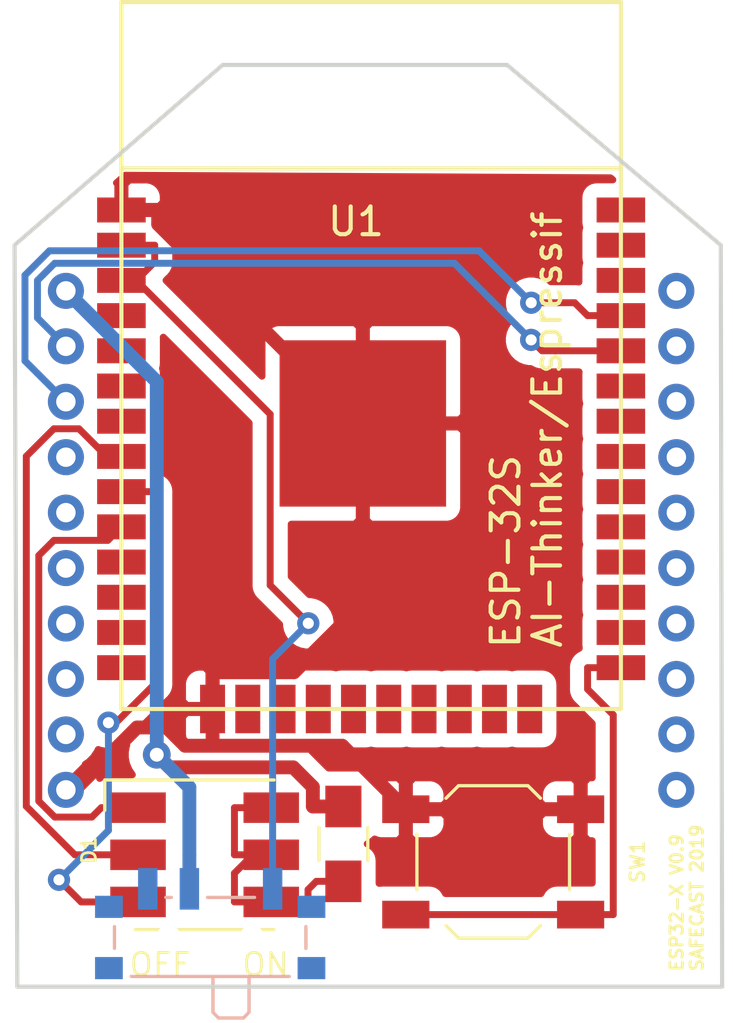
<source format=kicad_pcb>
(kicad_pcb (version 20171130) (host pcbnew "(5.1.0-rc1-139-g044d1793a)")

  (general
    (thickness 1.6)
    (drawings 9)
    (tracks 103)
    (zones 0)
    (modules 6)
    (nets 11)
  )

  (page A4)
  (layers
    (0 Top signal)
    (31 Bottom signal)
    (32 B.Adhes user)
    (33 F.Adhes user)
    (34 B.Paste user)
    (35 F.Paste user)
    (36 B.SilkS user)
    (37 F.SilkS user)
    (38 B.Mask user)
    (39 F.Mask user)
    (40 Dwgs.User user)
    (41 Cmts.User user)
    (42 Eco1.User user)
    (43 Eco2.User user)
    (44 Edge.Cuts user)
    (45 Margin user)
    (46 B.CrtYd user)
    (47 F.CrtYd user)
    (48 B.Fab user)
    (49 F.Fab user)
  )

  (setup
    (last_trace_width 0.25)
    (trace_clearance 0.2)
    (zone_clearance 0.508)
    (zone_45_only yes)
    (trace_min 0.2)
    (via_size 0.8)
    (via_drill 0.4)
    (via_min_size 0.4)
    (via_min_drill 0.3)
    (uvia_size 0.3)
    (uvia_drill 0.1)
    (uvias_allowed no)
    (uvia_min_size 0.2)
    (uvia_min_drill 0.1)
    (edge_width 0.05)
    (segment_width 0.2)
    (pcb_text_width 0.3)
    (pcb_text_size 1.5 1.5)
    (mod_edge_width 0.12)
    (mod_text_size 1 1)
    (mod_text_width 0.15)
    (pad_size 1.2 1.2)
    (pad_drill 0.6)
    (pad_to_mask_clearance 0.051)
    (solder_mask_min_width 0.25)
    (aux_axis_origin 0 0)
    (visible_elements FFFFEF7F)
    (pcbplotparams
      (layerselection 0x010fc_ffffffff)
      (usegerberextensions false)
      (usegerberattributes false)
      (usegerberadvancedattributes false)
      (creategerberjobfile false)
      (excludeedgelayer true)
      (linewidth 0.100000)
      (plotframeref false)
      (viasonmask false)
      (mode 1)
      (useauxorigin false)
      (hpglpennumber 1)
      (hpglpenspeed 20)
      (hpglpendiameter 15.000000)
      (psnegative false)
      (psa4output false)
      (plotreference true)
      (plotvalue true)
      (plotinvisibletext false)
      (padsonsilk false)
      (subtractmaskfromsilk false)
      (outputformat 1)
      (mirror false)
      (drillshape 1)
      (scaleselection 1)
      (outputdirectory ""))
  )

  (net 0 "")
  (net 1 GND)
  (net 2 VDD)
  (net 3 "Net-(D1-Pad1)")
  (net 4 "Net-(D1-Pad2)")
  (net 5 "Net-(D1-Pad3)")
  (net 6 "Net-(U$1-Pad2)")
  (net 7 "Net-(U$1-Pad3)")
  (net 8 "Net-(D1-Pad4)")
  (net 9 "Net-(SW2-Pad1)")
  (net 10 "Net-(SW1-Pad1)")

  (net_class Default "This is the default net class."
    (clearance 0.2)
    (trace_width 0.25)
    (via_dia 0.8)
    (via_drill 0.4)
    (uvia_dia 0.3)
    (uvia_drill 0.1)
    (add_net "Net-(D1-Pad1)")
    (add_net "Net-(D1-Pad2)")
    (add_net "Net-(D1-Pad3)")
    (add_net "Net-(D1-Pad4)")
    (add_net "Net-(SW1-Pad1)")
    (add_net "Net-(SW2-Pad1)")
    (add_net "Net-(U$1-Pad2)")
    (add_net "Net-(U$1-Pad3)")
  )

  (net_class Power ""
    (clearance 0.2)
    (trace_width 0.5)
    (via_dia 1)
    (via_drill 0.5)
    (uvia_dia 0.3)
    (uvia_drill 0.1)
    (add_net GND)
    (add_net VDD)
  )

  (module digikey-footprints:XBEE-20_THT (layer Top) (tedit 5C75E240) (tstamp 5C6E9F3B)
    (at 148.6 107.4)
    (descr https://www.digi.com/pdf/ds_xbeemultipointmodules.pdf)
    (path /20F524AA4D826FCC)
    (fp_text reference U$1 (at 0 -18.49) (layer F.SilkS) hide
      (effects (font (size 1 1) (thickness 0.15)))
    )
    (fp_text value XBEE-1B2 (at 0 12.45) (layer F.Fab) hide
      (effects (font (size 1 1) (thickness 0.15)))
    )
    (fp_line (start -12.25 -9.5) (end -12.25 10.6) (layer F.Fab) (width 0.1))
    (fp_line (start 12.25 -9.5) (end 12.25 10.6) (layer F.Fab) (width 0.1))
    (fp_line (start -12.25 10.6) (end 12.25 10.6) (layer F.Fab) (width 0.1))
    (fp_line (start -4.75 -17) (end 4.75 -17) (layer F.Fab) (width 0.1))
    (fp_line (start 4.75 -17) (end 12.25 -9.5) (layer F.Fab) (width 0.1))
    (fp_line (start -12.25 -9.5) (end -4.75 -17) (layer F.Fab) (width 0.1))
    (fp_text user %R (at 0 0) (layer F.Fab)
      (effects (font (size 1 1) (thickness 0.15)))
    )
    (pad 20 thru_hole circle (at 11 -9) (size 1.3 1.3) (drill 0.7) (layers *.Cu *.Mask))
    (pad 19 thru_hole circle (at 11 -7) (size 1.3 1.3) (drill 0.7) (layers *.Cu *.Mask))
    (pad 18 thru_hole circle (at 11 -5) (size 1.3 1.3) (drill 0.7) (layers *.Cu *.Mask))
    (pad 17 thru_hole circle (at 11 -3) (size 1.3 1.3) (drill 0.7) (layers *.Cu *.Mask))
    (pad 16 thru_hole circle (at 11 -1) (size 1.3 1.3) (drill 0.7) (layers *.Cu *.Mask))
    (pad 15 thru_hole circle (at 11 1) (size 1.3 1.3) (drill 0.7) (layers *.Cu *.Mask))
    (pad 14 thru_hole circle (at 11 3) (size 1.3 1.3) (drill 0.7) (layers *.Cu *.Mask))
    (pad 13 thru_hole circle (at 11 5) (size 1.3 1.3) (drill 0.7) (layers *.Cu *.Mask))
    (pad 12 thru_hole circle (at 11 7) (size 1.3 1.3) (drill 0.7) (layers *.Cu *.Mask))
    (pad 11 thru_hole circle (at 11 9) (size 1.3 1.3) (drill 0.7) (layers *.Cu *.Mask))
    (pad 10 thru_hole circle (at -11 9) (size 1.3 1.3) (drill 0.7) (layers *.Cu *.Mask)
      (net 1 GND))
    (pad 9 thru_hole circle (at -11 7) (size 1.3 1.3) (drill 0.7) (layers *.Cu *.Mask))
    (pad 8 thru_hole circle (at -11 5) (size 1.3 1.3) (drill 0.7) (layers *.Cu *.Mask))
    (pad 7 thru_hole circle (at -11 3) (size 1.3 1.3) (drill 0.7) (layers *.Cu *.Mask))
    (pad 6 thru_hole circle (at -11 1) (size 1.3 1.3) (drill 0.7) (layers *.Cu *.Mask))
    (pad 5 thru_hole circle (at -11 -1) (size 1.3 1.3) (drill 0.7) (layers *.Cu *.Mask))
    (pad 4 thru_hole circle (at -11 -3) (size 1.3 1.3) (drill 0.7) (layers *.Cu *.Mask))
    (pad 3 thru_hole circle (at -11 -5) (size 1.3 1.3) (drill 0.7) (layers *.Cu *.Mask)
      (net 7 "Net-(U$1-Pad3)"))
    (pad 2 thru_hole circle (at -11 -7) (size 1.3 1.3) (drill 0.7) (layers *.Cu *.Mask)
      (net 6 "Net-(U$1-Pad2)"))
    (pad 1 thru_hole circle (at -11 -9) (size 1.3 1.3) (drill 0.7) (layers *.Cu *.Mask)
      (net 2 VDD))
    (model ${KISYS3DMOD}/Connector_PinHeader_2.00mm.3dshapes/PinHeader_1x10_P2.00mm_Vertical.wrl
      (offset (xyz 11 9 -1.5))
      (scale (xyz 1 1 1))
      (rotate (xyz 0 180 0))
    )
    (model ${KISYS3DMOD}/Connector_PinHeader_2.00mm.3dshapes/PinHeader_1x10_P2.00mm_Vertical.wrl
      (offset (xyz -11 9 -1.5))
      (scale (xyz 1 1 1))
      (rotate (xyz 0 180 0))
    )
  )

  (module Resistors_SMD:R_0805_HandSoldering (layer Top) (tedit 58E0A804) (tstamp 5C6FD865)
    (at 147.6 118.35 90)
    (descr "Resistor SMD 0805, hand soldering")
    (tags "resistor 0805")
    (path /5C7038CA)
    (attr smd)
    (fp_text reference R1 (at 0 -1.7 90) (layer F.SilkS) hide
      (effects (font (size 1 1) (thickness 0.15)))
    )
    (fp_text value 470 (at 0 1.75 90) (layer F.Fab)
      (effects (font (size 1 1) (thickness 0.15)))
    )
    (fp_text user %R (at 0 0 90) (layer F.Fab)
      (effects (font (size 0.5 0.5) (thickness 0.075)))
    )
    (fp_line (start -1 0.62) (end -1 -0.62) (layer F.Fab) (width 0.1))
    (fp_line (start 1 0.62) (end -1 0.62) (layer F.Fab) (width 0.1))
    (fp_line (start 1 -0.62) (end 1 0.62) (layer F.Fab) (width 0.1))
    (fp_line (start -1 -0.62) (end 1 -0.62) (layer F.Fab) (width 0.1))
    (fp_line (start 0.6 0.88) (end -0.6 0.88) (layer F.SilkS) (width 0.12))
    (fp_line (start -0.6 -0.88) (end 0.6 -0.88) (layer F.SilkS) (width 0.12))
    (fp_line (start -2.35 -0.9) (end 2.35 -0.9) (layer F.CrtYd) (width 0.05))
    (fp_line (start -2.35 -0.9) (end -2.35 0.9) (layer F.CrtYd) (width 0.05))
    (fp_line (start 2.35 0.9) (end 2.35 -0.9) (layer F.CrtYd) (width 0.05))
    (fp_line (start 2.35 0.9) (end -2.35 0.9) (layer F.CrtYd) (width 0.05))
    (pad 1 smd rect (at -1.35 0 90) (size 1.5 1.3) (layers Top F.Paste F.Mask)
      (net 8 "Net-(D1-Pad4)"))
    (pad 2 smd rect (at 1.35 0 90) (size 1.5 1.3) (layers Top F.Paste F.Mask)
      (net 2 VDD))
    (model ${KISYS3DMOD}/Resistors_SMD.3dshapes/R_0805.wrl
      (at (xyz 0 0 0))
      (scale (xyz 1 1 1))
      (rotate (xyz 0 0 0))
    )
  )

  (module ESP32-footprints-Lib:ESP-32S (layer Top) (tedit 5C734DE0) (tstamp 5C6FD909)
    (at 148.653 105)
    (path /5C64BD37)
    (fp_text reference U1 (at -0.6 -9.1) (layer F.SilkS)
      (effects (font (size 1 1) (thickness 0.15)))
    )
    (fp_text value ESP32S (at 0.7 -12.3) (layer F.Fab)
      (effects (font (size 1 1) (thickness 0.15)))
    )
    (fp_text user AI-Thinker/Espressif (at 6.3 -1.6 90) (layer F.SilkS)
      (effects (font (size 1 1) (thickness 0.15)))
    )
    (fp_text user ESP-32S (at 4.8 2.8 90) (layer F.SilkS)
      (effects (font (size 1 1) (thickness 0.15)))
    )
    (fp_line (start 8.947434 -11.017338) (end -9.052566 -11.017338) (layer F.SilkS) (width 0.15))
    (fp_line (start -9.052566 -17.017338) (end -9.052566 8.482662) (layer F.SilkS) (width 0.15))
    (fp_line (start 8.947434 -17.017338) (end 8.947434 8.482662) (layer F.SilkS) (width 0.15))
    (fp_line (start 8.947434 8.482662) (end -9.052566 8.482662) (layer F.SilkS) (width 0.15))
    (fp_line (start 8.947434 -17.017338) (end -9.052566 -17.017338) (layer F.SilkS) (width 0.15))
    (pad 38 smd rect (at 8.947434 -9.517338 180) (size 1.75 0.9) (layers Top F.Paste F.Mask))
    (pad 37 smd rect (at 8.947434 -8.247338 180) (size 1.75 0.9) (layers Top F.Paste F.Mask))
    (pad 36 smd rect (at 8.947434 -6.977338 180) (size 1.75 0.9) (layers Top F.Paste F.Mask))
    (pad 35 smd rect (at 8.947434 -5.707338 180) (size 1.75 0.9) (layers Top F.Paste F.Mask)
      (net 7 "Net-(U$1-Pad3)"))
    (pad 34 smd rect (at 8.947434 -4.437338 180) (size 1.75 0.9) (layers Top F.Paste F.Mask)
      (net 6 "Net-(U$1-Pad2)"))
    (pad 33 smd rect (at 8.947434 -3.167338 180) (size 1.75 0.9) (layers Top F.Paste F.Mask))
    (pad 32 smd rect (at 8.947434 -1.897338 180) (size 1.75 0.9) (layers Top F.Paste F.Mask))
    (pad 31 smd rect (at 8.947434 -0.627338 180) (size 1.75 0.9) (layers Top F.Paste F.Mask))
    (pad 30 smd rect (at 8.947434 0.642662 180) (size 1.75 0.9) (layers Top F.Paste F.Mask))
    (pad 29 smd rect (at 8.947434 1.912662 180) (size 1.75 0.9) (layers Top F.Paste F.Mask))
    (pad 28 smd rect (at 8.947434 3.182662 180) (size 1.75 0.9) (layers Top F.Paste F.Mask))
    (pad 27 smd rect (at 8.947434 4.452662 180) (size 1.75 0.9) (layers Top F.Paste F.Mask))
    (pad 26 smd rect (at 8.947434 5.722662 180) (size 1.75 0.9) (layers Top F.Paste F.Mask))
    (pad 25 smd rect (at 8.947434 6.992662 180) (size 1.75 0.9) (layers Top F.Paste F.Mask)
      (net 10 "Net-(SW1-Pad1)"))
    (pad 24 smd rect (at 5.662434 8.482662 180) (size 0.9 1.75) (layers Top F.Paste F.Mask))
    (pad 23 smd rect (at 4.392434 8.482662 180) (size 0.9 1.75) (layers Top F.Paste F.Mask))
    (pad 22 smd rect (at 3.122434 8.482662 180) (size 0.9 1.75) (layers Top F.Paste F.Mask))
    (pad 21 smd rect (at 1.852434 8.482662 180) (size 0.9 1.75) (layers Top F.Paste F.Mask))
    (pad 20 smd rect (at 0.582434 8.482662 180) (size 0.9 1.75) (layers Top F.Paste F.Mask))
    (pad 19 smd rect (at -0.687566 8.482662 180) (size 0.9 1.75) (layers Top F.Paste F.Mask))
    (pad 18 smd rect (at -1.957566 8.482662 180) (size 0.9 1.75) (layers Top F.Paste F.Mask))
    (pad 17 smd rect (at -3.227566 8.482662 180) (size 0.9 1.75) (layers Top F.Paste F.Mask))
    (pad 16 smd rect (at -4.497566 8.482662 180) (size 0.9 1.75) (layers Top F.Paste F.Mask))
    (pad 15 smd rect (at -5.767566 8.482662 180) (size 0.9 1.75) (layers Top F.Paste F.Mask)
      (net 1 GND))
    (pad 14 smd rect (at -9.052566 6.992662 180) (size 1.75 0.9) (layers Top F.Paste F.Mask))
    (pad 13 smd rect (at -9.052566 5.722662 180) (size 1.75 0.9) (layers Top F.Paste F.Mask))
    (pad 12 smd rect (at -9.052566 4.452662 180) (size 1.75 0.9) (layers Top F.Paste F.Mask))
    (pad 11 smd rect (at -9.052566 3.182662 180) (size 1.75 0.9) (layers Top F.Paste F.Mask))
    (pad 10 smd rect (at -9.052566 1.912662 180) (size 1.75 0.9) (layers Top F.Paste F.Mask)
      (net 3 "Net-(D1-Pad1)"))
    (pad 9 smd rect (at -9.052566 0.642662 180) (size 1.75 0.9) (layers Top F.Paste F.Mask)
      (net 5 "Net-(D1-Pad3)"))
    (pad 8 smd rect (at -9.052566 -0.627338 180) (size 1.75 0.9) (layers Top F.Paste F.Mask)
      (net 4 "Net-(D1-Pad2)"))
    (pad 7 smd rect (at -9.052566 -1.897338 180) (size 1.75 0.9) (layers Top F.Paste F.Mask))
    (pad 6 smd rect (at -9.052566 -3.167338 180) (size 1.75 0.9) (layers Top F.Paste F.Mask))
    (pad 5 smd rect (at -9.052566 -4.437338 180) (size 1.75 0.9) (layers Top F.Paste F.Mask))
    (pad 4 smd rect (at -9.052566 -5.707338 180) (size 1.75 0.9) (layers Top F.Paste F.Mask))
    (pad 3 smd rect (at -9.052566 -6.977338 180) (size 1.75 0.9) (layers Top F.Paste F.Mask)
      (net 9 "Net-(SW2-Pad1)"))
    (pad 2 smd rect (at -9.052566 -8.247338 180) (size 1.75 0.9) (layers Top F.Paste F.Mask)
      (net 9 "Net-(SW2-Pad1)"))
    (pad 1 smd rect (at -9.052566 -9.517338 180) (size 1.75 0.9) (layers Top F.Paste F.Mask)
      (net 1 GND))
    (pad 39 smd rect (at -0.352566 -1.817338 180) (size 6 6) (layers Top F.Paste F.Mask)
      (net 1 GND))
    (model "${KISYS3DMOD}/ESP32.3dshapes/User Library-esp-wroom-32.STEP"
      (offset (xyz -9 -8.5 0))
      (scale (xyz 1 1 1))
      (rotate (xyz -90 0 0))
    )
  )

  (module Buttons_Switches_SMD:SW_SPDT_PCM12 (layer Bottom) (tedit 58724DAF) (tstamp 5C70E934)
    (at 142.8 121.4 180)
    (descr "Ultraminiature Surface Mount Slide Switch")
    (path /5C70EACA)
    (attr smd)
    (fp_text reference SW2 (at 0 -5.08 180) (layer B.SilkS) hide
      (effects (font (size 0.762 0.762) (thickness 0.1524)) (justify mirror))
    )
    (fp_text value SWITCH_INV (at 0 0 180) (layer B.SilkS) hide
      (effects (font (size 0.762 0.762) (thickness 0.1524)) (justify mirror))
    )
    (fp_text user %R (at 0 3.2 180) (layer B.Fab) hide
      (effects (font (size 1 1) (thickness 0.15)) (justify mirror))
    )
    (fp_line (start -1.4 -1.65) (end -1.4 -2.95) (layer B.Fab) (width 0.1))
    (fp_line (start -1.4 -2.95) (end -1.2 -3.15) (layer B.Fab) (width 0.1))
    (fp_line (start -1.2 -3.15) (end -0.35 -3.15) (layer B.Fab) (width 0.1))
    (fp_line (start -0.35 -3.15) (end -0.15 -2.95) (layer B.Fab) (width 0.1))
    (fp_line (start -0.15 -2.95) (end -0.1 -2.9) (layer B.Fab) (width 0.1))
    (fp_line (start -0.1 -2.9) (end -0.1 -1.6) (layer B.Fab) (width 0.1))
    (fp_line (start -3.35 1) (end -3.35 -1.6) (layer B.Fab) (width 0.1))
    (fp_line (start -3.35 -1.6) (end 3.35 -1.6) (layer B.Fab) (width 0.1))
    (fp_line (start 3.35 -1.6) (end 3.35 1) (layer B.Fab) (width 0.1))
    (fp_line (start 3.35 1) (end -3.35 1) (layer B.Fab) (width 0.1))
    (fp_line (start 1.4 1.12) (end 1.6 1.12) (layer B.SilkS) (width 0.12))
    (fp_line (start -4.4 2.45) (end 4.4 2.45) (layer B.CrtYd) (width 0.05))
    (fp_line (start 4.4 2.45) (end 4.4 -2.1) (layer B.CrtYd) (width 0.05))
    (fp_line (start 4.4 -2.1) (end 1.65 -2.1) (layer B.CrtYd) (width 0.05))
    (fp_line (start 1.65 -2.1) (end 1.65 -3.4) (layer B.CrtYd) (width 0.05))
    (fp_line (start 1.65 -3.4) (end -1.65 -3.4) (layer B.CrtYd) (width 0.05))
    (fp_line (start -1.65 -3.4) (end -1.65 -2.1) (layer B.CrtYd) (width 0.05))
    (fp_line (start -1.65 -2.1) (end -4.4 -2.1) (layer B.CrtYd) (width 0.05))
    (fp_line (start -4.4 -2.1) (end -4.4 2.45) (layer B.CrtYd) (width 0.05))
    (fp_line (start -1.4 -3.02) (end -1.2 -3.23) (layer B.SilkS) (width 0.12))
    (fp_line (start -0.1 -3.02) (end -0.3 -3.23) (layer B.SilkS) (width 0.12))
    (fp_line (start -1.4 -1.73) (end -1.4 -3.02) (layer B.SilkS) (width 0.12))
    (fp_line (start -1.2 -3.23) (end -0.3 -3.23) (layer B.SilkS) (width 0.12))
    (fp_line (start -0.1 -3.02) (end -0.1 -1.73) (layer B.SilkS) (width 0.12))
    (fp_line (start -2.85 -1.73) (end 2.85 -1.73) (layer B.SilkS) (width 0.12))
    (fp_line (start -1.6 1.12) (end 0.1 1.12) (layer B.SilkS) (width 0.12))
    (fp_line (start -3.45 0.07) (end -3.45 -0.72) (layer B.SilkS) (width 0.12))
    (fp_line (start 3.45 -0.72) (end 3.45 0.07) (layer B.SilkS) (width 0.12))
    (pad "" np_thru_hole circle (at -1.5 -0.33 180) (size 0.9 0.9) (drill 0.9) (layers *.Cu *.Mask))
    (pad "" np_thru_hole circle (at 1.5 -0.33 180) (size 0.9 0.9) (drill 0.9) (layers *.Cu *.Mask))
    (pad 1 smd rect (at -2.25 1.43 180) (size 0.7 1.5) (layers Bottom B.Paste B.Mask)
      (net 9 "Net-(SW2-Pad1)"))
    (pad 2 smd rect (at 0.75 1.43 180) (size 0.7 1.5) (layers Bottom B.Paste B.Mask)
      (net 2 VDD))
    (pad 3 smd rect (at 2.25 1.43 180) (size 0.7 1.5) (layers Bottom B.Paste B.Mask))
    (pad "" smd rect (at -3.65 -1.43 180) (size 1 0.8) (layers Bottom B.Paste B.Mask))
    (pad "" smd rect (at 3.65 -1.43 180) (size 1 0.8) (layers Bottom B.Paste B.Mask))
    (pad "" smd rect (at 3.65 0.78 180) (size 1 0.8) (layers Bottom B.Paste B.Mask))
    (pad "" smd rect (at -3.65 0.78 180) (size 1 0.8) (layers Bottom B.Paste B.Mask))
    (model ${KISYS3DMOD}/Buttons_Switches_SMD.3dshapes/SW_SPDT_PCM12.wrl
      (at (xyz 0 0 0))
      (scale (xyz 1 1 1))
      (rotate (xyz 0 0 0))
    )
    (model ${KISYS3DMOD}/Button_Switch_SMD.3dshapes/SW_SPDT_PCM12.step
      (at (xyz 0 0 0))
      (scale (xyz 1 1 1))
      (rotate (xyz 0 0 0))
    )
  )

  (module Buttons_Switches_SMD:SW_SPST_TL3342 (layer Top) (tedit 58724C2D) (tstamp 5C6E873A)
    (at 153 119 180)
    (descr "Low-profile SMD Tactile Switch, https://www.e-switch.com/system/asset/product_line/data_sheet/165/TL3342.pdf")
    (tags "SPST Tactile Switch")
    (path /5C64B43D)
    (attr smd)
    (fp_text reference SW1 (at 2.25 1.68 180) (layer F.SilkS) hide
      (effects (font (size 1 1) (thickness 0.15)))
    )
    (fp_text value TACT-SWITCH (at 2.25 5.38988 180) (layer F.Fab) hide
      (effects (font (size 1 1) (thickness 0.15)))
    )
    (fp_text user %R (at -5.2 0 270) (layer F.SilkS)
      (effects (font (size 0.5 0.5) (thickness 0.1)))
    )
    (fp_line (start 3.2 2.1) (end 3.2 1.6) (layer F.Fab) (width 0.1))
    (fp_line (start 3.2 -2.1) (end 3.2 -1.6) (layer F.Fab) (width 0.1))
    (fp_line (start -3.2 2.1) (end -3.2 1.6) (layer F.Fab) (width 0.1))
    (fp_line (start -3.2 -2.1) (end -3.2 -1.6) (layer F.Fab) (width 0.1))
    (fp_line (start 2.7 -2.1) (end 2.7 -1.6) (layer F.Fab) (width 0.1))
    (fp_line (start 1.7 -2.1) (end 3.2 -2.1) (layer F.Fab) (width 0.1))
    (fp_line (start 3.2 -1.6) (end 2.2 -1.6) (layer F.Fab) (width 0.1))
    (fp_line (start -2.7 -2.1) (end -2.7 -1.6) (layer F.Fab) (width 0.1))
    (fp_line (start -1.7 -2.1) (end -3.2 -2.1) (layer F.Fab) (width 0.1))
    (fp_line (start -3.2 -1.6) (end -2.2 -1.6) (layer F.Fab) (width 0.1))
    (fp_line (start -2.7 2.1) (end -2.7 1.6) (layer F.Fab) (width 0.1))
    (fp_line (start -3.2 1.6) (end -2.2 1.6) (layer F.Fab) (width 0.1))
    (fp_line (start -1.7 2.1) (end -3.2 2.1) (layer F.Fab) (width 0.1))
    (fp_line (start 1.7 2.1) (end 3.2 2.1) (layer F.Fab) (width 0.1))
    (fp_line (start 2.7 2.1) (end 2.7 1.6) (layer F.Fab) (width 0.1))
    (fp_line (start 3.2 1.6) (end 2.2 1.6) (layer F.Fab) (width 0.1))
    (fp_line (start -1.7 2.3) (end -1.25 2.75) (layer F.SilkS) (width 0.12))
    (fp_line (start 1.7 2.3) (end 1.25 2.75) (layer F.SilkS) (width 0.12))
    (fp_line (start 1.7 -2.3) (end 1.25 -2.75) (layer F.SilkS) (width 0.12))
    (fp_line (start -1.7 -2.3) (end -1.25 -2.75) (layer F.SilkS) (width 0.12))
    (fp_line (start -2 -1) (end -1 -2) (layer F.Fab) (width 0.1))
    (fp_line (start -1 -2) (end 1 -2) (layer F.Fab) (width 0.1))
    (fp_line (start 1 -2) (end 2 -1) (layer F.Fab) (width 0.1))
    (fp_line (start 2 -1) (end 2 1) (layer F.Fab) (width 0.1))
    (fp_line (start 2 1) (end 1 2) (layer F.Fab) (width 0.1))
    (fp_line (start 1 2) (end -1 2) (layer F.Fab) (width 0.1))
    (fp_line (start -1 2) (end -2 1) (layer F.Fab) (width 0.1))
    (fp_line (start -2 1) (end -2 -1) (layer F.Fab) (width 0.1))
    (fp_line (start 2.75 -1) (end 2.75 1) (layer F.SilkS) (width 0.12))
    (fp_line (start -1.25 2.75) (end 1.25 2.75) (layer F.SilkS) (width 0.12))
    (fp_line (start -2.75 -1) (end -2.75 1) (layer F.SilkS) (width 0.12))
    (fp_line (start -1.25 -2.75) (end 1.25 -2.75) (layer F.SilkS) (width 0.12))
    (fp_line (start -2.6 -1.2) (end -2.6 1.2) (layer F.Fab) (width 0.1))
    (fp_line (start -2.6 1.2) (end -1.2 2.6) (layer F.Fab) (width 0.1))
    (fp_line (start -1.2 2.6) (end 1.2 2.6) (layer F.Fab) (width 0.1))
    (fp_line (start 1.2 2.6) (end 2.6 1.2) (layer F.Fab) (width 0.1))
    (fp_line (start 2.6 1.2) (end 2.6 -1.2) (layer F.Fab) (width 0.1))
    (fp_line (start 2.6 -1.2) (end 1.2 -2.6) (layer F.Fab) (width 0.1))
    (fp_line (start 1.2 -2.6) (end -1.2 -2.6) (layer F.Fab) (width 0.1))
    (fp_line (start -1.2 -2.6) (end -2.6 -1.2) (layer F.Fab) (width 0.1))
    (fp_line (start -4.25 -3) (end 4.25 -3) (layer F.CrtYd) (width 0.05))
    (fp_line (start 4.25 -3) (end 4.25 3) (layer F.CrtYd) (width 0.05))
    (fp_line (start 4.25 3) (end -4.25 3) (layer F.CrtYd) (width 0.05))
    (fp_line (start -4.25 3) (end -4.25 -3) (layer F.CrtYd) (width 0.05))
    (fp_circle (center 0 0) (end 1 0) (layer F.Fab) (width 0.1))
    (pad 1 smd rect (at -3.15 -1.9 180) (size 1.7 1) (layers Top F.Paste F.Mask)
      (net 10 "Net-(SW1-Pad1)"))
    (pad 1 smd rect (at 3.15 -1.9 180) (size 1.7 1) (layers Top F.Paste F.Mask)
      (net 10 "Net-(SW1-Pad1)"))
    (pad 2 smd rect (at -3.15 1.9 180) (size 1.7 1) (layers Top F.Paste F.Mask)
      (net 1 GND))
    (pad 2 smd rect (at 3.15 1.9 180) (size 1.7 1) (layers Top F.Paste F.Mask)
      (net 1 GND))
    (model ${KISYS3DMOD}/Buttons_Switches_SMD.3dshapes/SW_SPST_TL3342.wrl
      (at (xyz 0 0 0))
      (scale (xyz 1 1 1))
      (rotate (xyz 0 0 0))
    )
    (model ${KISYS3DMOD}/Button_Switch_SMD.3dshapes/SW_SPST_TL3342.wrl
      (at (xyz 0 0 0))
      (scale (xyz 1 1 1))
      (rotate (xyz 0 0 0))
    )
  )

  (module LEDs:LED_RGB_5050-6 (layer Top) (tedit 59155824) (tstamp 5C650676)
    (at 142.6 118.743)
    (descr http://cdn.sparkfun.com/datasheets/Components/LED/5060BRG4.pdf)
    (tags "RGB LED 5050-6")
    (path /5C649CE7)
    (attr smd)
    (fp_text reference D1 (at -4.164656 -0.162545 90) (layer F.SilkS)
      (effects (font (size 0.5 0.5) (thickness 0.1)))
    )
    (fp_text value RGB-LED (at 1.905 3.96) (layer F.Fab) hide
      (effects (font (size 0.8 0.8) (thickness 0.15)))
    )
    (fp_line (start -2.5 -1.9) (end -1.9 -2.5) (layer F.Fab) (width 0.1))
    (fp_line (start 2.5 -2.5) (end -2.5 -2.5) (layer F.Fab) (width 0.1))
    (fp_line (start 2.5 2.5) (end 2.5 -2.5) (layer F.Fab) (width 0.1))
    (fp_line (start -2.5 2.5) (end 2.5 2.5) (layer F.Fab) (width 0.1))
    (fp_line (start -2.5 -2.5) (end -2.5 2.5) (layer F.Fab) (width 0.1))
    (fp_line (start -3.6 -2.7) (end 2.5 -2.7) (layer F.SilkS) (width 0.12))
    (fp_line (start -3.6 -1.6) (end -3.6 -2.7) (layer F.SilkS) (width 0.12))
    (fp_line (start 2.5 2.7) (end -2.5 2.7) (layer F.SilkS) (width 0.12))
    (fp_line (start 3.65 -2.75) (end -3.65 -2.75) (layer F.CrtYd) (width 0.05))
    (fp_line (start 3.65 2.75) (end 3.65 -2.75) (layer F.CrtYd) (width 0.05))
    (fp_line (start -3.65 2.75) (end 3.65 2.75) (layer F.CrtYd) (width 0.05))
    (fp_line (start -3.65 -2.75) (end -3.65 2.75) (layer F.CrtYd) (width 0.05))
    (fp_text user %R (at 0 0) (layer F.Fab)
      (effects (font (size 0.6 0.6) (thickness 0.06)))
    )
    (fp_circle (center 0 0) (end 0 -1.9) (layer F.Fab) (width 0.1))
    (pad 1 smd rect (at -2.4 -1.7 90) (size 1.1 2) (layers Top F.Paste F.Mask)
      (net 3 "Net-(D1-Pad1)"))
    (pad 2 smd rect (at -2.4 0 90) (size 1.1 2) (layers Top F.Paste F.Mask)
      (net 4 "Net-(D1-Pad2)"))
    (pad 3 smd rect (at -2.4 1.7 90) (size 1.1 2) (layers Top F.Paste F.Mask)
      (net 5 "Net-(D1-Pad3)"))
    (pad 4 smd rect (at 2.4 1.7 90) (size 1.1 2) (layers Top F.Paste F.Mask)
      (net 8 "Net-(D1-Pad4)"))
    (pad 5 smd rect (at 2.4 0 90) (size 1.1 2) (layers Top F.Paste F.Mask)
      (net 8 "Net-(D1-Pad4)"))
    (pad 6 smd rect (at 2.4 -1.7 90) (size 1.1 2) (layers Top F.Paste F.Mask)
      (net 8 "Net-(D1-Pad4)"))
    (model ${KISYS3DMOD}/LEDs.3dshapes/LED_RGB_5050-6.wrl
      (at (xyz 0 0 0))
      (scale (xyz 1 1 1))
      (rotate (xyz 0 0 0))
    )
    (model ${KISYS3DMOD}/LED_SMD.3dshapes/LED_RGB_5050-6.wrl
      (at (xyz 0 0 0))
      (scale (xyz 1 1 1))
      (rotate (xyz 0 0 0))
    )
  )

  (gr_text OFF (at 141 122.7) (layer F.SilkS) (tstamp 5C713E19)
    (effects (font (size 0.8 0.8) (thickness 0.1)))
  )
  (gr_text ON (at 144.8 122.7) (layer F.SilkS)
    (effects (font (size 0.8 0.8) (thickness 0.1)))
  )
  (gr_line (start 143.25 90.25) (end 153.5 90.25) (layer Edge.Cuts) (width 0.15) (tstamp 600003181980))
  (gr_line (start 135.75 96.75) (end 143.25 90.25) (layer Edge.Cuts) (width 0.15) (tstamp 600003181A40))
  (gr_line (start 135.75 96.75) (end 135.85 123.5) (layer Edge.Cuts) (width 0.15) (tstamp 600003181800))
  (gr_line (start 153.5 90.25) (end 161.2011 96.75) (layer Edge.Cuts) (width 0.15) (tstamp 600003181BC0))
  (gr_line (start 161.2011 96.75) (end 161.25 123.5) (layer Edge.Cuts) (width 0.15) (tstamp 600003181B00))
  (gr_line (start 161.25 123.5) (end 135.85 123.5) (layer Edge.Cuts) (width 0.15) (tstamp 600003182700))
  (gr_text "ESP32-X V0.9\nSAFECAST 2019" (at 160.6 123 90) (layer F.SilkS) (tstamp 600003183900)
    (effects (font (size 0.45 0.45) (thickness 0.1)) (justify left bottom))
  )

  (segment (start 137.6 116.4) (end 137.9117 116.4) (width 0.5) (layer Top) (net 1))
  (segment (start 137.9117 116.4) (end 140.1611 114.1506) (width 0.5) (layer Top) (net 1))
  (segment (start 140.1611 114.1506) (end 141.2368 114.1506) (width 0.5) (layer Top) (net 1))
  (segment (start 141.2368 114.1506) (end 141.8942 114.808) (width 0.5) (layer Top) (net 1))
  (segment (start 141.8942 114.808) (end 142.8854 114.808) (width 0.5) (layer Top) (net 1))
  (segment (start 142.8854 112.1574) (end 145.8181 112.1574) (width 0.5) (layer Top) (net 1))
  (segment (start 145.8181 112.1574) (end 148.3004 109.6751) (width 0.5) (layer Top) (net 1))
  (segment (start 148.3004 109.6751) (end 148.3004 106.633) (width 0.5) (layer Top) (net 1))
  (segment (start 139.6004 95.4827) (end 140.9257 95.4827) (width 0.5) (layer Top) (net 1))
  (segment (start 148.3004 103.3705) (end 140.9257 95.9958) (width 0.5) (layer Top) (net 1))
  (segment (start 140.9257 95.9958) (end 140.9257 95.4827) (width 0.5) (layer Top) (net 1))
  (segment (start 148.3004 103.3705) (end 148.3004 103.1827) (width 0.5) (layer Top) (net 1))
  (segment (start 148.3004 103.5584) (end 148.3004 103.3705) (width 0.5) (layer Top) (net 1))
  (segment (start 149.85 117.1) (end 147.558 114.808) (width 0.5) (layer Top) (net 1))
  (segment (start 147.558 114.808) (end 142.8854 114.808) (width 0.5) (layer Top) (net 1))
  (segment (start 156.15 117.1) (end 149.85 117.1) (width 0.5) (layer Top) (net 1))
  (segment (start 142.8854 113.4827) (end 142.8854 114.808) (width 0.5) (layer Top) (net 1))
  (segment (start 142.8854 113.4827) (end 142.8854 112.1574) (width 0.5) (layer Top) (net 1))
  (segment (start 148.3004 103.5584) (end 148.3004 106.633) (width 0.5) (layer Top) (net 1))
  (segment (start 142.05 118.7697) (end 142.05 116.3079) (width 0.5) (layer Bottom) (net 2))
  (segment (start 142.05 116.3079) (end 140.8747 115.1326) (width 0.5) (layer Bottom) (net 2))
  (segment (start 137.6 98.4) (end 140.8747 101.6747) (width 0.5) (layer Bottom) (net 2))
  (segment (start 140.8747 101.6747) (end 140.8747 115.1326) (width 0.5) (layer Bottom) (net 2))
  (segment (start 146.4997 117) (end 146.4997 116.2954) (width 0.5) (layer Top) (net 2))
  (segment (start 146.4997 116.2954) (end 145.7928 115.5885) (width 0.5) (layer Top) (net 2))
  (segment (start 145.7928 115.5885) (end 141.3306 115.5885) (width 0.5) (layer Top) (net 2))
  (segment (start 141.3306 115.5885) (end 140.8747 115.1326) (width 0.5) (layer Top) (net 2))
  (segment (start 147.6 117) (end 146.4997 117) (width 0.5) (layer Top) (net 2))
  (segment (start 142.05 119.97) (end 142.05 118.7697) (width 0.5) (layer Bottom) (net 2))
  (via (at 140.8747 115.1326) (size 1) (drill 0.5) (layers Top Bottom) (net 2))
  (segment (start 138.8747 117.043) (end 138.5362 117.3815) (width 0.25) (layer Top) (net 3))
  (segment (start 138.5362 117.3815) (end 137.1973 117.3815) (width 0.25) (layer Top) (net 3))
  (segment (start 137.1973 117.3815) (end 136.6233 116.8075) (width 0.25) (layer Top) (net 3))
  (segment (start 136.6233 116.8075) (end 136.6233 107.9456) (width 0.25) (layer Top) (net 3))
  (segment (start 136.6233 107.9456) (end 137.1689 107.4) (width 0.25) (layer Top) (net 3))
  (segment (start 137.1689 107.4) (end 139.1131 107.4) (width 0.25) (layer Top) (net 3))
  (segment (start 139.1131 107.4) (end 139.6004 106.9127) (width 0.25) (layer Top) (net 3))
  (segment (start 140.2 117.043) (end 138.8747 117.043) (width 0.25) (layer Top) (net 3))
  (segment (start 138.8747 118.743) (end 137.9218 118.743) (width 0.25) (layer Top) (net 4))
  (segment (start 137.9218 118.743) (end 136.173 116.9942) (width 0.25) (layer Top) (net 4))
  (segment (start 136.173 116.9942) (end 136.173 104.3664) (width 0.25) (layer Top) (net 4))
  (segment (start 136.173 104.3664) (end 137.164 103.3754) (width 0.25) (layer Top) (net 4))
  (segment (start 137.164 103.3754) (end 138.0727 103.3754) (width 0.25) (layer Top) (net 4))
  (segment (start 138.0727 103.3754) (end 139.07 104.3727) (width 0.25) (layer Top) (net 4))
  (segment (start 139.07 104.3727) (end 139.6004 104.3727) (width 0.25) (layer Top) (net 4))
  (segment (start 140.2 118.743) (end 138.8747 118.743) (width 0.25) (layer Top) (net 4))
  (segment (start 140.8007 105.6427) (end 140.8007 112.5804) (width 0.25) (layer Top) (net 5))
  (segment (start 140.8007 112.5804) (end 139.405 113.9761) (width 0.25) (layer Top) (net 5))
  (segment (start 139.405 113.9761) (end 139.133 113.9761) (width 0.25) (layer Top) (net 5))
  (segment (start 137.3502 119.6451) (end 139.133 117.8623) (width 0.25) (layer Bottom) (net 5))
  (segment (start 139.133 117.8623) (end 139.133 113.9761) (width 0.25) (layer Bottom) (net 5))
  (segment (start 138.8747 120.443) (end 138.1481 120.443) (width 0.25) (layer Top) (net 5))
  (segment (start 138.1481 120.443) (end 137.3502 119.6451) (width 0.25) (layer Top) (net 5))
  (segment (start 140.2 120.443) (end 138.8747 120.443) (width 0.25) (layer Top) (net 5))
  (segment (start 139.6004 105.6427) (end 140.8007 105.6427) (width 0.25) (layer Top) (net 5))
  (via (at 139.133 113.9761) (size 0.8) (layers Top Bottom) (net 5))
  (via (at 137.3502 119.6451) (size 0.8) (layers Top Bottom) (net 5))
  (segment (start 157.6004 100.5627) (end 154.7601 100.5627) (width 0.25) (layer Top) (net 6))
  (segment (start 154.7601 100.5627) (end 154.3656 100.1682) (width 0.25) (layer Top) (net 6))
  (segment (start 137.6 100.4) (end 136.5755 99.3755) (width 0.25) (layer Bottom) (net 6))
  (segment (start 136.5755 99.3755) (end 136.5755 98.023) (width 0.25) (layer Bottom) (net 6))
  (segment (start 136.5755 98.023) (end 137.1938 97.4047) (width 0.25) (layer Bottom) (net 6))
  (segment (start 137.1938 97.4047) (end 151.6021 97.4047) (width 0.25) (layer Bottom) (net 6))
  (segment (start 151.6021 97.4047) (end 154.3656 100.1682) (width 0.25) (layer Bottom) (net 6))
  (via (at 154.3656 100.1682) (size 0.8) (layers Top Bottom) (net 6))
  (segment (start 156.4001 99.2927) (end 155.9358 98.8284) (width 0.25) (layer Top) (net 7))
  (segment (start 155.9358 98.8284) (end 154.368 98.8284) (width 0.25) (layer Top) (net 7))
  (segment (start 137.6 102.4) (end 136.1251 100.9251) (width 0.25) (layer Bottom) (net 7))
  (segment (start 136.1251 100.9251) (end 136.1251 97.8365) (width 0.25) (layer Bottom) (net 7))
  (segment (start 136.1251 97.8365) (end 137.0073 96.9543) (width 0.25) (layer Bottom) (net 7))
  (segment (start 137.0073 96.9543) (end 152.4939 96.9543) (width 0.25) (layer Bottom) (net 7))
  (segment (start 152.4939 96.9543) (end 154.368 98.8284) (width 0.25) (layer Bottom) (net 7))
  (segment (start 157.6004 99.2927) (end 156.4001 99.2927) (width 0.25) (layer Top) (net 7))
  (via (at 154.368 98.8284) (size 0.8) (layers Top Bottom) (net 7))
  (segment (start 145 120.443) (end 143.6747 120.443) (width 0.25) (layer Top) (net 8))
  (segment (start 144.3374 118.743) (end 143.6747 119.4057) (width 0.25) (layer Top) (net 8))
  (segment (start 143.6747 119.4057) (end 143.6747 120.443) (width 0.25) (layer Top) (net 8))
  (segment (start 144.3374 118.743) (end 143.6747 118.743) (width 0.25) (layer Top) (net 8))
  (segment (start 145 118.743) (end 144.3374 118.743) (width 0.25) (layer Top) (net 8))
  (segment (start 145 117.043) (end 143.6747 117.043) (width 0.25) (layer Top) (net 8))
  (segment (start 143.6747 117.043) (end 143.6747 118.743) (width 0.25) (layer Top) (net 8))
  (segment (start 145 120.443) (end 146.3253 120.443) (width 0.25) (layer Top) (net 8))
  (segment (start 147.6 119.7) (end 146.6247 119.7) (width 0.25) (layer Top) (net 8))
  (segment (start 146.3253 120.443) (end 146.3253 119.9994) (width 0.25) (layer Top) (net 8))
  (segment (start 146.3253 119.9994) (end 146.6247 119.7) (width 0.25) (layer Top) (net 8))
  (segment (start 140.1349 98.0227) (end 144.9613 102.8491) (width 0.25) (layer Top) (net 9))
  (segment (start 144.9613 102.8491) (end 144.9613 109.0179) (width 0.25) (layer Top) (net 9))
  (segment (start 144.9613 109.0179) (end 146.3358 110.3924) (width 0.25) (layer Top) (net 9))
  (segment (start 145.05 118.8947) (end 145.05 111.6782) (width 0.25) (layer Bottom) (net 9))
  (segment (start 145.05 111.6782) (end 146.3358 110.3924) (width 0.25) (layer Bottom) (net 9))
  (segment (start 145.05 119.97) (end 145.05 118.8947) (width 0.25) (layer Bottom) (net 9))
  (segment (start 140.1349 98.0227) (end 140.8007 97.3569) (width 0.25) (layer Top) (net 9))
  (segment (start 140.8007 97.3569) (end 140.8007 96.7527) (width 0.25) (layer Top) (net 9))
  (segment (start 140.088 98.0227) (end 140.1349 98.0227) (width 0.25) (layer Top) (net 9))
  (segment (start 139.6004 96.7527) (end 140.8007 96.7527) (width 0.25) (layer Top) (net 9))
  (segment (start 139.6004 98.0227) (end 140.088 98.0227) (width 0.25) (layer Top) (net 9))
  (via (at 146.3358 110.3924) (size 0.8) (layers Top Bottom) (net 9))
  (segment (start 156.15 120.9) (end 157.3253 120.9) (width 0.25) (layer Top) (net 10))
  (segment (start 157.3253 120.9) (end 157.3253 113.6932) (width 0.25) (layer Top) (net 10))
  (segment (start 157.3253 113.6932) (end 156.4001 112.768) (width 0.25) (layer Top) (net 10))
  (segment (start 156.4001 112.768) (end 156.4001 111.9927) (width 0.25) (layer Top) (net 10))
  (segment (start 149.85 120.9) (end 156.15 120.9) (width 0.25) (layer Top) (net 10))
  (segment (start 157.6004 111.9927) (end 156.4001 111.9927) (width 0.25) (layer Top) (net 10))

  (zone (net 1) (net_name GND) (layer Top) (tstamp 0) (hatch edge 0.508)
    (connect_pads (clearance 0.508))
    (min_thickness 0.254)
    (fill yes (arc_segments 32) (thermal_gap 0.508) (thermal_bridge_width 0.508))
    (polygon
      (pts
        (xy 135.6 96.925) (xy 139.1 94.1) (xy 157.8 94.2) (xy 161.65 96.9) (xy 161.375 124.1125)
        (xy 135.225 124.2875)
      )
    )
    (filled_polygon
      (pts
        (xy 157.225954 94.323932) (xy 157.309668 94.39459) (xy 156.725434 94.39459) (xy 156.600952 94.40685) (xy 156.481254 94.44316)
        (xy 156.37094 94.502125) (xy 156.274249 94.581477) (xy 156.194897 94.678168) (xy 156.135932 94.788482) (xy 156.099622 94.90818)
        (xy 156.087362 95.032662) (xy 156.087362 95.932662) (xy 156.099622 96.057144) (xy 156.11798 96.117662) (xy 156.099622 96.17818)
        (xy 156.087362 96.302662) (xy 156.087362 97.202662) (xy 156.099622 97.327144) (xy 156.11798 97.387662) (xy 156.099622 97.44818)
        (xy 156.087362 97.572662) (xy 156.087362 98.080178) (xy 156.084786 98.079397) (xy 155.973133 98.0684) (xy 155.973122 98.0684)
        (xy 155.9358 98.064724) (xy 155.898478 98.0684) (xy 155.071711 98.0684) (xy 155.027774 98.024463) (xy 154.858256 97.911195)
        (xy 154.669898 97.833174) (xy 154.469939 97.7934) (xy 154.266061 97.7934) (xy 154.066102 97.833174) (xy 153.877744 97.911195)
        (xy 153.708226 98.024463) (xy 153.564063 98.168626) (xy 153.450795 98.338144) (xy 153.372774 98.526502) (xy 153.333 98.726461)
        (xy 153.333 98.930339) (xy 153.372774 99.130298) (xy 153.450795 99.318656) (xy 153.564063 99.488174) (xy 153.572989 99.4971)
        (xy 153.561663 99.508426) (xy 153.448395 99.677944) (xy 153.370374 99.866302) (xy 153.3306 100.066261) (xy 153.3306 100.270139)
        (xy 153.370374 100.470098) (xy 153.448395 100.658456) (xy 153.561663 100.827974) (xy 153.705826 100.972137) (xy 153.875344 101.085405)
        (xy 154.063702 101.163426) (xy 154.263661 101.2032) (xy 154.346162 101.2032) (xy 154.467853 101.268246) (xy 154.611114 101.311703)
        (xy 154.722767 101.3227) (xy 154.722776 101.3227) (xy 154.760099 101.326376) (xy 154.797422 101.3227) (xy 156.093268 101.3227)
        (xy 156.087362 101.382662) (xy 156.087362 102.282662) (xy 156.099622 102.407144) (xy 156.11798 102.467662) (xy 156.099622 102.52818)
        (xy 156.087362 102.652662) (xy 156.087362 103.552662) (xy 156.099622 103.677144) (xy 156.11798 103.737662) (xy 156.099622 103.79818)
        (xy 156.087362 103.922662) (xy 156.087362 104.822662) (xy 156.099622 104.947144) (xy 156.11798 105.007662) (xy 156.099622 105.06818)
        (xy 156.087362 105.192662) (xy 156.087362 106.092662) (xy 156.099622 106.217144) (xy 156.11798 106.277662) (xy 156.099622 106.33818)
        (xy 156.087362 106.462662) (xy 156.087362 107.362662) (xy 156.099622 107.487144) (xy 156.11798 107.547662) (xy 156.099622 107.60818)
        (xy 156.087362 107.732662) (xy 156.087362 108.632662) (xy 156.099622 108.757144) (xy 156.11798 108.817662) (xy 156.099622 108.87818)
        (xy 156.087362 109.002662) (xy 156.087362 109.902662) (xy 156.099622 110.027144) (xy 156.11798 110.087662) (xy 156.099622 110.14818)
        (xy 156.087362 110.272662) (xy 156.087362 111.172662) (xy 156.099099 111.291833) (xy 155.975824 111.357726) (xy 155.860099 111.452699)
        (xy 155.765126 111.568424) (xy 155.694554 111.700453) (xy 155.651097 111.843714) (xy 155.636423 111.9927) (xy 155.6401 112.030033)
        (xy 155.6401 112.730678) (xy 155.636424 112.768) (xy 155.6401 112.805322) (xy 155.6401 112.805332) (xy 155.651097 112.916985)
        (xy 155.678911 113.008676) (xy 155.694554 113.060246) (xy 155.765126 113.192276) (xy 155.784678 113.2161) (xy 155.860099 113.308001)
        (xy 155.889102 113.331803) (xy 156.565301 114.008003) (xy 156.565301 115.965) (xy 156.43575 115.965) (xy 156.277 116.12375)
        (xy 156.277 116.973) (xy 156.297 116.973) (xy 156.297 117.227) (xy 156.277 117.227) (xy 156.277 118.07625)
        (xy 156.43575 118.235) (xy 156.5653 118.235) (xy 156.5653 119.761928) (xy 155.3 119.761928) (xy 155.175518 119.774188)
        (xy 155.05582 119.810498) (xy 154.945506 119.869463) (xy 154.848815 119.948815) (xy 154.769463 120.045506) (xy 154.718954 120.14)
        (xy 151.281046 120.14) (xy 151.230537 120.045506) (xy 151.151185 119.948815) (xy 151.054494 119.869463) (xy 150.94418 119.810498)
        (xy 150.824482 119.774188) (xy 150.7 119.761928) (xy 149 119.761928) (xy 148.888072 119.772952) (xy 148.888072 118.95)
        (xy 148.875812 118.825518) (xy 148.839502 118.70582) (xy 148.780537 118.595506) (xy 148.701185 118.498815) (xy 148.604494 118.419463)
        (xy 148.49418 118.360498) (xy 148.459573 118.35) (xy 148.49418 118.339502) (xy 148.604494 118.280537) (xy 148.701185 118.201185)
        (xy 148.724238 118.173095) (xy 148.814777 118.210597) (xy 148.937458 118.235) (xy 149.56425 118.235) (xy 149.723 118.07625)
        (xy 149.723 117.227) (xy 149.977 117.227) (xy 149.977 118.07625) (xy 150.13575 118.235) (xy 150.762542 118.235)
        (xy 150.885223 118.210597) (xy 151.000785 118.16273) (xy 151.104789 118.093237) (xy 151.193237 118.004789) (xy 151.26273 117.900785)
        (xy 151.310597 117.785223) (xy 151.335 117.662542) (xy 151.335 117.38575) (xy 154.665 117.38575) (xy 154.665 117.662542)
        (xy 154.689403 117.785223) (xy 154.73727 117.900785) (xy 154.806763 118.004789) (xy 154.895211 118.093237) (xy 154.999215 118.16273)
        (xy 155.114777 118.210597) (xy 155.237458 118.235) (xy 155.86425 118.235) (xy 156.023 118.07625) (xy 156.023 117.227)
        (xy 154.82375 117.227) (xy 154.665 117.38575) (xy 151.335 117.38575) (xy 151.17625 117.227) (xy 149.977 117.227)
        (xy 149.723 117.227) (xy 149.703 117.227) (xy 149.703 116.973) (xy 149.723 116.973) (xy 149.723 116.12375)
        (xy 149.977 116.12375) (xy 149.977 116.973) (xy 151.17625 116.973) (xy 151.335 116.81425) (xy 151.335 116.537458)
        (xy 154.665 116.537458) (xy 154.665 116.81425) (xy 154.82375 116.973) (xy 156.023 116.973) (xy 156.023 116.12375)
        (xy 155.86425 115.965) (xy 155.237458 115.965) (xy 155.114777 115.989403) (xy 154.999215 116.03727) (xy 154.895211 116.106763)
        (xy 154.806763 116.195211) (xy 154.73727 116.299215) (xy 154.689403 116.414777) (xy 154.665 116.537458) (xy 151.335 116.537458)
        (xy 151.310597 116.414777) (xy 151.26273 116.299215) (xy 151.193237 116.195211) (xy 151.104789 116.106763) (xy 151.000785 116.03727)
        (xy 150.885223 115.989403) (xy 150.762542 115.965) (xy 150.13575 115.965) (xy 149.977 116.12375) (xy 149.723 116.12375)
        (xy 149.56425 115.965) (xy 148.937458 115.965) (xy 148.829194 115.986535) (xy 148.780537 115.895506) (xy 148.701185 115.798815)
        (xy 148.604494 115.719463) (xy 148.49418 115.660498) (xy 148.374482 115.624188) (xy 148.25 115.611928) (xy 147.067807 115.611928)
        (xy 146.451612 114.995734) (xy 147.145434 114.995734) (xy 147.269916 114.983474) (xy 147.330434 114.965116) (xy 147.390952 114.983474)
        (xy 147.515434 114.995734) (xy 148.415434 114.995734) (xy 148.539916 114.983474) (xy 148.600434 114.965116) (xy 148.660952 114.983474)
        (xy 148.785434 114.995734) (xy 149.685434 114.995734) (xy 149.809916 114.983474) (xy 149.870434 114.965116) (xy 149.930952 114.983474)
        (xy 150.055434 114.995734) (xy 150.955434 114.995734) (xy 151.079916 114.983474) (xy 151.140434 114.965116) (xy 151.200952 114.983474)
        (xy 151.325434 114.995734) (xy 152.225434 114.995734) (xy 152.349916 114.983474) (xy 152.410434 114.965116) (xy 152.470952 114.983474)
        (xy 152.595434 114.995734) (xy 153.495434 114.995734) (xy 153.619916 114.983474) (xy 153.680434 114.965116) (xy 153.740952 114.983474)
        (xy 153.865434 114.995734) (xy 154.765434 114.995734) (xy 154.889916 114.983474) (xy 155.009614 114.947164) (xy 155.119928 114.888199)
        (xy 155.216619 114.808847) (xy 155.295971 114.712156) (xy 155.354936 114.601842) (xy 155.391246 114.482144) (xy 155.403506 114.357662)
        (xy 155.403506 112.607662) (xy 155.391246 112.48318) (xy 155.354936 112.363482) (xy 155.295971 112.253168) (xy 155.216619 112.156477)
        (xy 155.119928 112.077125) (xy 155.009614 112.01816) (xy 154.889916 111.98185) (xy 154.765434 111.96959) (xy 153.865434 111.96959)
        (xy 153.740952 111.98185) (xy 153.680434 112.000208) (xy 153.619916 111.98185) (xy 153.495434 111.96959) (xy 152.595434 111.96959)
        (xy 152.470952 111.98185) (xy 152.410434 112.000208) (xy 152.349916 111.98185) (xy 152.225434 111.96959) (xy 151.325434 111.96959)
        (xy 151.200952 111.98185) (xy 151.140434 112.000208) (xy 151.079916 111.98185) (xy 150.955434 111.96959) (xy 150.055434 111.96959)
        (xy 149.930952 111.98185) (xy 149.870434 112.000208) (xy 149.809916 111.98185) (xy 149.685434 111.96959) (xy 148.785434 111.96959)
        (xy 148.660952 111.98185) (xy 148.600434 112.000208) (xy 148.539916 111.98185) (xy 148.415434 111.96959) (xy 147.515434 111.96959)
        (xy 147.390952 111.98185) (xy 147.330434 112.000208) (xy 147.269916 111.98185) (xy 147.145434 111.96959) (xy 146.245434 111.96959)
        (xy 146.120952 111.98185) (xy 146.060434 112.000208) (xy 145.999916 111.98185) (xy 145.875434 111.96959) (xy 144.975434 111.96959)
        (xy 144.850952 111.98185) (xy 144.790434 112.000208) (xy 144.729916 111.98185) (xy 144.605434 111.96959) (xy 143.705434 111.96959)
        (xy 143.580952 111.98185) (xy 143.524943 111.99884) (xy 143.520657 111.997065) (xy 143.397976 111.972662) (xy 143.171184 111.972662)
        (xy 143.012434 112.131412) (xy 143.012434 113.355662) (xy 143.032434 113.355662) (xy 143.032434 113.609662) (xy 143.012434 113.609662)
        (xy 143.012434 113.629662) (xy 142.758434 113.629662) (xy 142.758434 113.609662) (xy 141.959184 113.609662) (xy 141.800434 113.768412)
        (xy 141.800434 114.420204) (xy 141.815986 114.498388) (xy 141.756312 114.40908) (xy 141.59822 114.250988) (xy 141.412324 114.126776)
        (xy 141.205767 114.041217) (xy 140.986488 113.9976) (xy 140.762912 113.9976) (xy 140.543633 114.041217) (xy 140.337076 114.126776)
        (xy 140.313115 114.142786) (xy 141.311703 113.144199) (xy 141.340701 113.120401) (xy 141.435674 113.004676) (xy 141.506246 112.872647)
        (xy 141.549703 112.729386) (xy 141.5607 112.617733) (xy 141.5607 112.617723) (xy 141.564376 112.5804) (xy 141.560902 112.54512)
        (xy 141.800434 112.54512) (xy 141.800434 113.196912) (xy 141.959184 113.355662) (xy 142.758434 113.355662) (xy 142.758434 112.131412)
        (xy 142.599684 111.972662) (xy 142.372892 111.972662) (xy 142.250211 111.997065) (xy 142.134649 112.044932) (xy 142.030645 112.114425)
        (xy 141.942197 112.202873) (xy 141.872704 112.306877) (xy 141.824837 112.422439) (xy 141.800434 112.54512) (xy 141.560902 112.54512)
        (xy 141.5607 112.543077) (xy 141.5607 105.680033) (xy 141.564377 105.6427) (xy 141.549703 105.493714) (xy 141.506246 105.350453)
        (xy 141.435674 105.218424) (xy 141.340701 105.102699) (xy 141.224976 105.007726) (xy 141.101766 104.941868) (xy 141.113506 104.822662)
        (xy 141.113506 103.922662) (xy 141.101246 103.79818) (xy 141.082888 103.737662) (xy 141.101246 103.677144) (xy 141.113506 103.552662)
        (xy 141.113506 102.652662) (xy 141.101246 102.52818) (xy 141.082888 102.467662) (xy 141.101246 102.407144) (xy 141.113506 102.282662)
        (xy 141.113506 101.382662) (xy 141.101246 101.25818) (xy 141.082888 101.197662) (xy 141.101246 101.137144) (xy 141.113506 101.012662)
        (xy 141.113506 100.112662) (xy 141.109512 100.072114) (xy 144.2013 103.163902) (xy 144.201301 108.980568) (xy 144.197624 109.0179)
        (xy 144.212298 109.166885) (xy 144.255754 109.310146) (xy 144.326326 109.442176) (xy 144.397501 109.528902) (xy 144.4213 109.557901)
        (xy 144.450298 109.581699) (xy 145.3008 110.432202) (xy 145.3008 110.494339) (xy 145.340574 110.694298) (xy 145.418595 110.882656)
        (xy 145.531863 111.052174) (xy 145.676026 111.196337) (xy 145.845544 111.309605) (xy 146.033902 111.387626) (xy 146.233861 111.4274)
        (xy 146.437739 111.4274) (xy 146.637698 111.387626) (xy 146.826056 111.309605) (xy 146.995574 111.196337) (xy 147.139737 111.052174)
        (xy 147.253005 110.882656) (xy 147.331026 110.694298) (xy 147.3708 110.494339) (xy 147.3708 110.290461) (xy 147.331026 110.090502)
        (xy 147.253005 109.902144) (xy 147.139737 109.732626) (xy 146.995574 109.588463) (xy 146.826056 109.475195) (xy 146.637698 109.397174)
        (xy 146.437739 109.3574) (xy 146.375602 109.3574) (xy 145.7213 108.703099) (xy 145.7213 106.817662) (xy 148.014684 106.817662)
        (xy 148.173434 106.658912) (xy 148.173434 103.309662) (xy 148.427434 103.309662) (xy 148.427434 106.658912) (xy 148.586184 106.817662)
        (xy 151.362976 106.817662) (xy 151.485657 106.793259) (xy 151.601219 106.745392) (xy 151.705223 106.675899) (xy 151.793671 106.587451)
        (xy 151.863164 106.483447) (xy 151.911031 106.367885) (xy 151.935434 106.245204) (xy 151.935434 103.468412) (xy 151.776684 103.309662)
        (xy 148.427434 103.309662) (xy 148.173434 103.309662) (xy 148.153434 103.309662) (xy 148.153434 103.055662) (xy 148.173434 103.055662)
        (xy 148.173434 99.706412) (xy 148.427434 99.706412) (xy 148.427434 103.055662) (xy 151.776684 103.055662) (xy 151.935434 102.896912)
        (xy 151.935434 100.12012) (xy 151.911031 99.997439) (xy 151.863164 99.881877) (xy 151.793671 99.777873) (xy 151.705223 99.689425)
        (xy 151.601219 99.619932) (xy 151.485657 99.572065) (xy 151.362976 99.547662) (xy 148.586184 99.547662) (xy 148.427434 99.706412)
        (xy 148.173434 99.706412) (xy 148.014684 99.547662) (xy 145.237892 99.547662) (xy 145.115211 99.572065) (xy 144.999649 99.619932)
        (xy 144.895645 99.689425) (xy 144.807197 99.777873) (xy 144.737704 99.881877) (xy 144.689837 99.997439) (xy 144.665434 100.12012)
        (xy 144.665434 101.478432) (xy 141.209702 98.022701) (xy 141.311709 97.920694) (xy 141.340701 97.896901) (xy 141.364495 97.867908)
        (xy 141.364499 97.867904) (xy 141.435673 97.781177) (xy 141.435674 97.781176) (xy 141.506246 97.649147) (xy 141.549703 97.505886)
        (xy 141.5607 97.394233) (xy 141.5607 97.394224) (xy 141.564376 97.356901) (xy 141.5607 97.319578) (xy 141.5607 96.790033)
        (xy 141.564377 96.7527) (xy 141.549703 96.603714) (xy 141.506246 96.460453) (xy 141.435674 96.328424) (xy 141.340701 96.212699)
        (xy 141.224976 96.117726) (xy 141.099413 96.05061) (xy 141.110434 95.995204) (xy 141.110434 95.768412) (xy 140.951684 95.609662)
        (xy 139.727434 95.609662) (xy 139.727434 95.629662) (xy 139.473434 95.629662) (xy 139.473434 95.609662) (xy 139.453434 95.609662)
        (xy 139.453434 95.355662) (xy 139.473434 95.355662) (xy 139.473434 94.556412) (xy 139.727434 94.556412) (xy 139.727434 95.355662)
        (xy 140.951684 95.355662) (xy 141.110434 95.196912) (xy 141.110434 94.97012) (xy 141.086031 94.847439) (xy 141.038164 94.731877)
        (xy 140.968671 94.627873) (xy 140.880223 94.539425) (xy 140.776219 94.469932) (xy 140.660657 94.422065) (xy 140.537976 94.397662)
        (xy 139.886184 94.397662) (xy 139.727434 94.556412) (xy 139.473434 94.556412) (xy 139.423158 94.506136) (xy 139.741279 94.230431)
      )
    )
    (filled_polygon
      (pts
        (xy 139.783317 114.801533) (xy 139.7397 115.020812) (xy 139.7397 115.244388) (xy 139.783317 115.463667) (xy 139.868876 115.670224)
        (xy 139.992292 115.854928) (xy 139.2 115.854928) (xy 139.075518 115.867188) (xy 138.95582 115.903498) (xy 138.845506 115.962463)
        (xy 138.816911 115.98593) (xy 138.761578 115.836104) (xy 138.714201 115.747466) (xy 138.485527 115.694078) (xy 137.779605 116.4)
        (xy 137.793748 116.414143) (xy 137.614143 116.593748) (xy 137.6 116.579605) (xy 137.585858 116.593748) (xy 137.406253 116.414143)
        (xy 137.420395 116.4) (xy 137.406253 116.385858) (xy 137.585858 116.206253) (xy 137.6 116.220395) (xy 138.305922 115.514473)
        (xy 138.297703 115.479267) (xy 138.41914 115.398125) (xy 138.598125 115.21914) (xy 138.738753 115.008676) (xy 138.765483 114.944145)
        (xy 138.831102 114.971326) (xy 139.031061 115.0111) (xy 139.234939 115.0111) (xy 139.434898 114.971326) (xy 139.623256 114.893305)
        (xy 139.792009 114.780548)
      )
    )
  )
)

</source>
